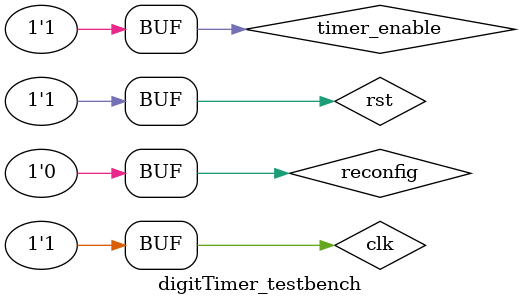
<source format=v>
`timescale 1ns/100ps
module digitTimer_testbench();
reg clk, rst, timer_enable, reconfig;
wire [3:0] ones, tens;
wire timeout;
// Clock generation
    always 
    begin
        clk = 1'b0;
        #10;
        clk = 1'b1;
        #10;
    end

digitTimer DUT_digitTimer(clk, rst, timer_enable, reconfig, ones, tens, timeout);

initial begin
rst =1; timer_enable = 0; reconfig = 0;
#20;
rst =0;
#30;
rst = 1;
#50
timer_enable = 1;
#5000;
end

endmodule
</source>
